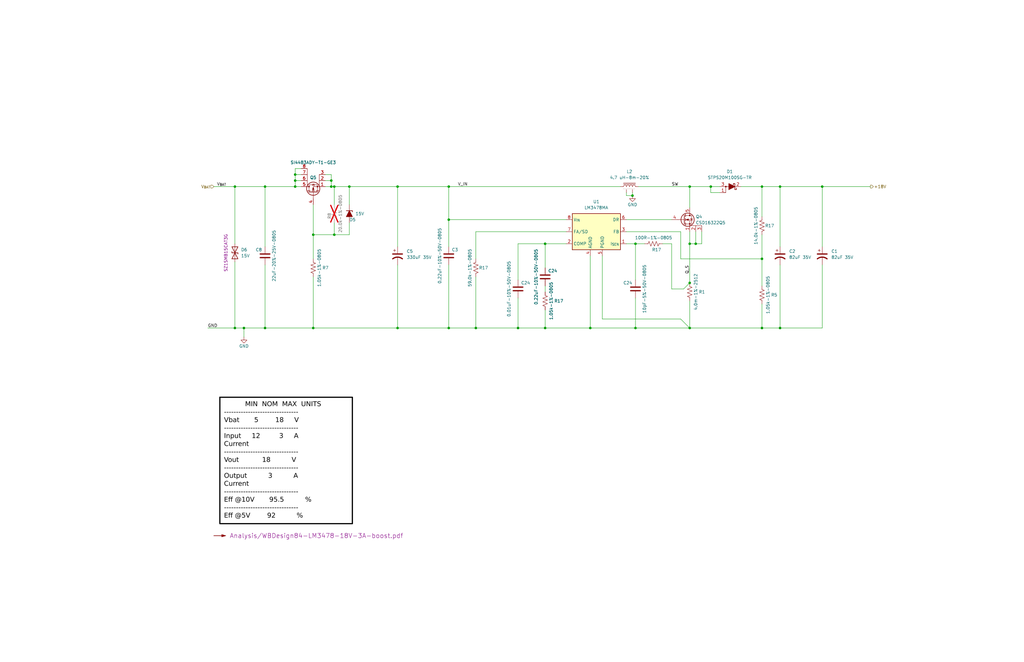
<source format=kicad_sch>
(kicad_sch (version 20231120) (generator "eeschema") (generator_version "8.0")
  (paper "B")
  (title_block (title "NX J401 Adapter") (date "2024-08-10") (rev "4"))
  (lib_symbols
    (symbol "Device:C" (pin_numbers hide) (pin_names (offset 0.254))
      (property "Reference" "C" (at 0.635 2.54 0))
      (property "Value" "C" (at 0.635 -2.54 0))
      (symbol "C_0_1"
        (polyline (pts (xy -2.032 -0.762) (xy 2.032 -0.762)) (stroke (width 0.508)))
        (polyline (pts (xy -2.032 0.762) (xy 2.032 0.762)) (stroke (width 0.508)))
      )
      (symbol "C_1_1"
        (pin passive line (at 0 3.81 270) (length 2.794) (name "~") (number "1"))
        (pin passive line (at 0 -3.81 90) (length 2.794) (name "~") (number "2"))
      )
    )
    (symbol "Device:C_Polarized_US" (pin_numbers hide) (pin_names (offset 0.254) hide)
      (property "Reference" "C" (at 0.635 2.54 0))
      (property "Value" "C_Polarized_US" (at 0.635 -2.54 0))
      (symbol "C_Polarized_US_0_1"
        (polyline (pts (xy -2.032 0.762) (xy 2.032 0.762)) (stroke (width 0.508)))
        (polyline (pts (xy -1.778 2.286) (xy -0.762 2.286)))
        (polyline (pts (xy -1.27 1.778) (xy -1.27 2.794)))
        (arc (start 2.032 -1.27) (mid 0 -0.5572) (end -2.032 -1.27) (stroke (width 0.508)))
      )
      (symbol "C_Polarized_US_1_1"
        (pin passive line (at 0 3.81 270) (length 2.794) (name "~") (number "1"))
        (pin passive line (at 0 -3.81 90) (length 3.302) (name "~") (number "2"))
      )
    )
    (symbol "Device:D_Schottky_AAK" (pin_names (offset 0) hide)
      (property "Reference" "D3" (at 0.889 -6.35 0))
      (property "Value" "STPS20M100SG-TR" (at 0.889 -3.81 0))
      (symbol "D_Schottky_AAK_0_1"
        (polyline (pts (xy 3.81 2.54) (xy 2.54 2.54) (xy 2.54 0) (xy -1.27 0)))
        (polyline (pts (xy -1.905 0.635) (xy -1.905 1.27) (xy -1.27 1.27) (xy -1.27 -1.27) (xy -0.635 -1.27) (xy -0.635 -0.635)) (stroke (width 0.254)))
        (circle (center 2.54 0) (radius 0.254) (fill (type outline)))
      )
      (symbol "D_Schottky_AAK_1_1"
        (polyline (pts (xy 1.27 1.27) (xy 1.27 -1.27) (xy -1.27 0) (xy 1.27 1.27)) (stroke (width 0.254)) (fill (type outline)))
        (pin passive line (at 5.08 2.54 180) (length 2.54) (name "A") (number "1"))
        (pin passive line (at -3.81 0 0) (length 2.54) (name "K") (number "2"))
        (pin passive line (at 5.08 0 180) (length 2.54) (name "A") (number "3"))
      )
    )
    (symbol "Device:D_TVS" (pin_numbers hide) (pin_names (offset 1.016) hide)
      (property "Reference" "D" (at 0 2.54 0))
      (property "Value" "D_TVS" (at 0 -2.54 0))
      (symbol "D_TVS_0_1"
        (polyline (pts (xy 1.27 0) (xy -1.27 0)))
        (polyline (pts (xy 0.508 1.27) (xy 0 1.27) (xy 0 -1.27) (xy -0.508 -1.27)) (stroke (width 0.254)))
        (polyline (pts (xy -2.54 1.27) (xy -2.54 -1.27) (xy 2.54 1.27) (xy 2.54 -1.27) (xy -2.54 1.27)) (stroke (width 0.254)))
      )
      (symbol "D_TVS_1_1"
        (pin passive line (at -3.81 0 0) (length 2.54) (name "A1") (number "1"))
        (pin passive line (at 3.81 0 180) (length 2.54) (name "A2") (number "2"))
      )
    )
    (symbol "Device:D_Zener" (pin_numbers hide) (pin_names (offset 1.016) hide)
      (property "Reference" "D1" (at 2.54 0 90))
      (property "Value" "15V" (at 0 2.54 90))
      (symbol "D_Zener_0_1"
        (polyline (pts (xy 1.27 0) (xy -1.27 0)))
        (polyline (pts (xy -1.27 -1.27) (xy -1.27 1.27) (xy -0.762 1.27)) (stroke (width 0.254)))
        (polyline (pts (xy 1.27 -1.27) (xy 1.27 1.27) (xy -1.27 0) (xy 1.27 -1.27)) (stroke (width 0.254)) (fill (type outline)))
      )
      (symbol "D_Zener_1_1"
        (pin passive line (at -3.81 0 0) (length 2.54) (name "K") (number "1"))
        (pin passive line (at 3.81 0 180) (length 2.54) (name "A") (number "2"))
      )
    )
    (symbol "Device:L_Iron" (pin_numbers hide) (pin_names (offset 1.016) hide)
      (property "Reference" "L1" (at 6.35 0 90))
      (property "Value" "6.8 uH-12m-20%" (at 3.81 0 90))
      (symbol "L_Iron_0_1"
        (arc (start 0 -2.54) (mid 0.6323 -1.905) (end 0 -1.27))
        (arc (start 0 -1.27) (mid 0.6323 -0.635) (end 0 0))
        (polyline (pts (xy 1.016 2.54) (xy 1.016 -2.54)))
        (polyline (pts (xy 1.524 -2.54) (xy 1.524 2.54)))
        (arc (start 0 0) (mid 0.6323 0.635) (end 0 1.27))
        (arc (start 0 1.27) (mid 0.6323 1.905) (end 0 2.54))
      )
      (symbol "L_Iron_1_1"
        (polyline (pts (xy -0.9525 2.54) (xy -0.9525 -2.54)) (stroke (width 0) (type dot)))
        (pin passive line (at 0 3.81 270) (length 1.27) (name "1") (number "1"))
        (pin passive line (at 0 -3.81 90) (length 1.27) (name "2") (number "2"))
        (pin passive line (at -2.54 1.27 0) (length 1.27) (name "3") (number "3"))
        (pin passive line (at -2.54 -1.27 0) (length 1.27) (name "4") (number "4"))
      )
    )
    (symbol "Device:Q_PMOS_SGD" (pin_names (offset 0) hide)
      (property "Reference" "Q?" (at 0 10.16 90))
      (property "Value" "Q_PMOS_SGD" (at 0 7.62 90))
      (symbol "Q_PMOS_SGD_0_1"
        (polyline (pts (xy 0.254 0) (xy -2.54 0)))
        (polyline (pts (xy 0.254 1.905) (xy 0.254 -1.905)) (stroke (width 0.254)))
        (polyline (pts (xy 0.762 -1.27) (xy 0.762 -2.286)) (stroke (width 0.254)))
        (polyline (pts (xy 0.762 0.508) (xy 0.762 -0.508)) (stroke (width 0.254)))
        (polyline (pts (xy 0.762 2.286) (xy 0.762 1.27)) (stroke (width 0.254)))
        (polyline (pts (xy 2.54 2.54) (xy 2.54 1.778)))
        (polyline (pts (xy 2.54 2.54) (xy 10.16 2.54)))
        (polyline (pts (xy 7.62 -2.54) (xy 2.54 -2.54)))
        (polyline (pts (xy 2.54 -2.54) (xy 2.54 0) (xy 0.762 0)))
        (polyline (pts (xy 0.762 1.778) (xy 3.302 1.778) (xy 3.302 -1.778) (xy 0.762 -1.778)))
        (polyline (pts (xy 2.286 0) (xy 1.27 0.381) (xy 1.27 -0.381) (xy 2.286 0)) (fill (type outline)))
        (polyline (pts (xy 2.794 -0.508) (xy 2.921 -0.381) (xy 3.683 -0.381) (xy 3.81 -0.254)))
        (polyline (pts (xy 3.302 -0.381) (xy 2.921 0.254) (xy 3.683 0.254) (xy 3.302 -0.381)))
        (circle (center 1.651 0) (radius 2.794) (stroke (width 0.254)))
        (circle (center 2.54 -1.778) (radius 0.254) (fill (type outline)))
        (circle (center 2.54 1.778) (radius 0.254) (fill (type outline)))
      )
      (symbol "Q_PMOS_SGD_1_1"
        (pin passive line (at 2.54 -5.08 90) (length 2.54) (name "S") (number "1"))
        (pin passive line (at 5.08 -5.08 90) (length 2.54) (name "S") (number "2"))
        (pin passive line (at 7.62 -5.08 90) (length 2.54) (name "S") (number "3"))
        (pin input line (at -5.08 0 0) (length 2.54) (name "G") (number "4"))
        (pin passive line (at 2.54 5.08 270) (length 2.54) (name "D") (number "5"))
        (pin passive line (at 5.08 5.08 270) (length 2.54) (name "D") (number "6"))
        (pin passive line (at 7.62 5.08 270) (length 2.54) (name "D") (number "7"))
        (pin passive line (at 10.16 5.08 270) (length 2.54) (name "D") (number "8"))
      )
    )
    (symbol "Device:R_US" (pin_numbers hide) (pin_names (offset 0))
      (property "Reference" "R" (at 2.54 0 90))
      (property "Value" "R_US" (at -2.54 0 90))
      (symbol "R_US_0_1"
        (polyline (pts (xy 0 -2.286) (xy 0 -2.54)))
        (polyline (pts (xy 0 2.286) (xy 0 2.54)))
        (polyline (pts (xy 0 -0.762) (xy 1.016 -1.143) (xy 0 -1.524) (xy -1.016 -1.905) (xy 0 -2.286)))
        (polyline (pts (xy 0 0.762) (xy 1.016 0.381) (xy 0 0) (xy -1.016 -0.381) (xy 0 -0.762)))
        (polyline (pts (xy 0 2.286) (xy 1.016 1.905) (xy 0 1.524) (xy -1.016 1.143) (xy 0 0.762)))
      )
      (symbol "R_US_1_1"
        (pin passive line (at 0 3.81 270) (length 1.27) (name "~") (number "1"))
        (pin passive line (at 0 -3.81 90) (length 1.27) (name "~") (number "2"))
      )
    )
    (symbol "Graphic:SYM_Arrow_Normal" (in_bom no) (on_board no)
      (symbol "SYM_Arrow_Normal_0_1"
        (polyline (pts (xy 1.524 0) (xy -2.54 0)) (stroke (width 0.254)))
        (polyline (pts (xy 2.54 0) (xy 0.762 -0.508) (xy 0.762 0.508) (xy 2.54 0)) (fill (type outline)))
      )
    )
    (symbol "PI-Power-Board:CSD1577Q5A" (pin_names (offset 0) hide)
      (property "Reference" "Q?" (at 6.35 1.2701 0))
      (property "Value" "CSD1577Q5A" (at 6.35 -1.2699 0))
      (symbol "CSD1577Q5A_0_1"
        (polyline (pts (xy 0.254 0) (xy -2.54 0)))
        (polyline (pts (xy 0.254 1.905) (xy 0.254 -1.905)) (stroke (width 0.254)))
        (polyline (pts (xy 0.762 -1.27) (xy 0.762 -2.286)) (stroke (width 0.254)))
        (polyline (pts (xy 0.762 0.508) (xy 0.762 -0.508)) (stroke (width 0.254)))
        (polyline (pts (xy 0.762 2.286) (xy 0.762 1.27)) (stroke (width 0.254)))
        (polyline (pts (xy 2.54 -2.54) (xy 2.54 0) (xy 0.762 0)))
        (polyline (pts (xy 2.54 2.54) (xy 2.54 2.54) (xy 2.54 1.778)))
        (polyline (pts (xy 7.62 -2.54) (xy 2.54 -2.54) (xy 2.54 -3.302)))
        (polyline (pts (xy 0.762 -1.778) (xy 3.302 -1.778) (xy 3.302 1.778) (xy 0.762 1.778)))
        (polyline (pts (xy 1.016 0) (xy 2.032 0.381) (xy 2.032 -0.381) (xy 1.016 0)) (fill (type outline)))
        (polyline (pts (xy 2.794 0.508) (xy 2.921 0.381) (xy 3.683 0.381) (xy 3.81 0.254)))
        (polyline (pts (xy 3.302 0.381) (xy 2.921 -0.254) (xy 3.683 -0.254) (xy 3.302 0.381)))
        (circle (center 1.651 0) (radius 2.794) (stroke (width 0.254)))
        (circle (center 2.54 -1.778) (radius 0.254) (fill (type outline)))
        (circle (center 2.54 1.778) (radius 0.254) (fill (type outline)))
      )
      (symbol "CSD1577Q5A_1_1"
        (pin passive line (at 2.54 -5.08 90) (length 2.54) (name "S") (number "1"))
        (pin passive line (at 5.08 -5.08 90) (length 2.54) (name "S") (number "2"))
        (pin passive line (at 7.62 -5.08 90) (length 2.54) (name "S") (number "3"))
        (pin input line (at -5.08 0 0) (length 2.54) (name "G") (number "4"))
        (pin passive line (at 2.54 5.08 270) (length 2.54) (name "D") (number "5"))
      )
    )
    (symbol "Regulator_Controller:LM3478MA"
      (property "Reference" "U" (at -9.525 8.89 0))
      (property "Value" "LM3478MA" (at 5.08 8.89 0))
      (symbol "LM3478MA_0_1"
        (rectangle (start -10.16 7.62) (end 10.16 -7.62) (stroke (width 0.254)) (fill (type background)))
      )
      (symbol "LM3478MA_1_1"
        (pin input line (at 12.7 -5.08 180) (length 2.54) (name "I_{SEN}") (number "1"))
        (pin input line (at -12.7 -5.08 0) (length 2.54) (name "COMP") (number "2"))
        (pin input line (at 12.7 0 180) (length 2.54) (name "FB") (number "3"))
        (pin power_in line (at -2.54 -10.16 90) (length 2.54) (name "AGND") (number "4"))
        (pin power_in line (at 2.54 -10.16 90) (length 2.54) (name "PGND") (number "5"))
        (pin output line (at 12.7 5.08 180) (length 2.54) (name "DR") (number "6"))
        (pin input line (at -12.7 0 0) (length 2.54) (name "FA/SD") (number "7"))
        (pin power_in line (at -12.7 5.08 0) (length 2.54) (name "V_{IN}") (number "8"))
      )
    )
    (symbol "power:GND" (power) (pin_names (offset 0))
      (property "Value" "GND" (at 0 -3.81 0))
      (symbol "GND_0_1"
        (polyline (pts (xy 0 0) (xy 0 -1.27) (xy 1.27 -1.27) (xy 0 -2.54) (xy -1.27 -1.27) (xy 0 -1.27)))
      )
      (symbol "GND_1_1"
        (pin power_in line (at 0 0 270) (length 0) hide (name "GND") (number "1"))
      )
    )
  )
  (junction (at 321.31 109.22))
  (junction (at 328.93 78.74))
  (junction (at 189.23 78.74))
  (junction (at 139.7 78.74))
  (junction (at 328.93 138.43))
  (junction (at 167.64 78.74))
  (junction (at 140.97 99.06))
  (junction (at 229.87 102.87))
  (junction (at 229.87 138.43))
  (junction (at 111.76 138.43))
  (junction (at 124.46 73.66))
  (junction (at 290.83 119.38))
  (junction (at 321.31 78.74))
  (junction (at 147.32 78.74))
  (junction (at 102.87 138.43))
  (junction (at 124.46 78.74))
  (junction (at 266.7 82.55))
  (junction (at 248.92 138.43))
  (junction (at 218.44 138.43))
  (junction (at 290.83 102.87))
  (junction (at 139.7 76.2))
  (junction (at 346.71 78.74))
  (junction (at 293.37 102.87))
  (junction (at 189.23 138.43))
  (junction (at 267.97 102.87))
  (junction (at 140.97 78.74))
  (junction (at 111.76 78.74))
  (junction (at 99.06 78.74))
  (junction (at 299.72 78.74))
  (junction (at 321.31 138.43))
  (junction (at 267.97 138.43))
  (junction (at 99.06 138.43))
  (junction (at 189.23 92.71))
  (junction (at 200.66 138.43))
  (junction (at 290.83 78.74))
  (junction (at 167.64 138.43))
  (junction (at 124.46 76.2))
  (junction (at 132.08 99.06))
  (junction (at 290.83 138.43))
  (junction (at 132.08 138.43))
  (wire (pts (xy 218.44 125.73) (xy 218.44 138.43)))
  (wire (pts (xy 132.08 99.06) (xy 132.08 109.22)))
  (wire (pts (xy 299.72 78.74) (xy 303.53 78.74)))
  (wire (pts (xy 111.76 104.14) (xy 111.76 78.74)))
  (wire (pts (xy 167.64 138.43) (xy 132.08 138.43)))
  (wire (pts (xy 264.16 97.79) (xy 287.02 97.79)))
  (wire (pts (xy 321.31 78.74) (xy 321.31 91.44)))
  (wire (pts (xy 124.46 76.2) (xy 124.46 78.74)))
  (wire (pts (xy 200.66 97.79) (xy 238.76 97.79)))
  (wire (pts (xy 90.17 78.74) (xy 99.06 78.74)))
  (wire (pts (xy 200.66 116.84) (xy 200.66 138.43)))
  (wire (pts (xy 293.37 102.87) (xy 290.83 102.87)))
  (wire (pts (xy 229.87 138.43) (xy 248.92 138.43)))
  (wire (pts (xy 287.02 97.79) (xy 287.02 109.22)))
  (wire (pts (xy 264.16 81.28) (xy 264.16 82.55)))
  (wire (pts (xy 147.32 93.98) (xy 147.32 99.06)))
  (wire (pts (xy 287.02 109.22) (xy 321.31 109.22)))
  (wire (pts (xy 132.08 116.84) (xy 132.08 138.43)))
  (wire (pts (xy 124.46 71.12) (xy 124.46 73.66)))
  (wire (pts (xy 167.64 104.14) (xy 167.64 78.74)))
  (wire (pts (xy 312.42 78.74) (xy 321.31 78.74)))
  (wire (pts (xy 111.76 138.43) (xy 132.08 138.43)))
  (wire (pts (xy 267.97 138.43) (xy 290.83 138.43)))
  (wire (pts (xy 321.31 128.27) (xy 321.31 138.43)))
  (wire (pts (xy 111.76 111.76) (xy 111.76 138.43)))
  (wire (pts (xy 102.87 138.43) (xy 111.76 138.43)))
  (wire (pts (xy 328.93 111.76) (xy 328.93 138.43)))
  (wire (pts (xy 147.32 78.74) (xy 147.32 86.36)))
  (wire (pts (xy 321.31 99.06) (xy 321.31 109.22)))
  (wire (pts (xy 140.97 93.98) (xy 140.97 99.06)))
  (wire (pts (xy 87.63 138.43) (xy 99.06 138.43)))
  (wire (pts (xy 266.7 81.28) (xy 266.7 82.55)))
  (wire (pts (xy 137.16 76.2) (xy 139.7 76.2)))
  (wire (pts (xy 124.46 73.66) (xy 127 73.66)))
  (wire (pts (xy 295.91 97.79) (xy 295.91 102.87)))
  (wire (pts (xy 254 107.95) (xy 254 134.62)))
  (wire (pts (xy 127 71.12) (xy 124.46 71.12)))
  (wire (pts (xy 264.16 92.71) (xy 283.21 92.71)))
  (wire (pts (xy 248.92 138.43) (xy 267.97 138.43)))
  (wire (pts (xy 290.83 78.74) (xy 290.83 87.63)))
  (wire (pts (xy 99.06 78.74) (xy 99.06 102.87)))
  (wire (pts (xy 218.44 102.87) (xy 229.87 102.87)))
  (wire (pts (xy 321.31 138.43) (xy 328.93 138.43)))
  (wire (pts (xy 295.91 102.87) (xy 293.37 102.87)))
  (wire (pts (xy 290.83 127) (xy 290.83 138.43)))
  (wire (pts (xy 321.31 78.74) (xy 328.93 78.74)))
  (wire (pts (xy 99.06 138.43) (xy 102.87 138.43)))
  (wire (pts (xy 147.32 99.06) (xy 140.97 99.06)))
  (wire (pts (xy 290.83 102.87) (xy 290.83 119.38)))
  (wire (pts (xy 229.87 102.87) (xy 238.76 102.87)))
  (wire (pts (xy 283.21 102.87) (xy 279.4 102.87)))
  (wire (pts (xy 328.93 78.74) (xy 346.71 78.74)))
  (wire (pts (xy 283.21 121.92) (xy 288.29 121.92)))
  (wire (pts (xy 299.72 81.28) (xy 299.72 78.74)))
  (wire (pts (xy 290.83 97.79) (xy 290.83 102.87)))
  (wire (pts (xy 200.66 109.22) (xy 200.66 97.79)))
  (wire (pts (xy 167.64 78.74) (xy 147.32 78.74)))
  (wire (pts (xy 321.31 109.22) (xy 321.31 120.65)))
  (wire (pts (xy 99.06 78.74) (xy 111.76 78.74)))
  (wire (pts (xy 290.83 138.43) (xy 321.31 138.43)))
  (wire (pts (xy 218.44 138.43) (xy 229.87 138.43)))
  (wire (pts (xy 140.97 78.74) (xy 147.32 78.74)))
  (wire (pts (xy 200.66 138.43) (xy 218.44 138.43)))
  (wire (pts (xy 137.16 78.74) (xy 139.7 78.74)))
  (wire (pts (xy 111.76 78.74) (xy 124.46 78.74)))
  (wire (pts (xy 229.87 113.03) (xy 229.87 102.87)))
  (wire (pts (xy 139.7 78.74) (xy 140.97 78.74)))
  (wire (pts (xy 264.16 82.55) (xy 266.7 82.55)))
  (wire (pts (xy 346.71 78.74) (xy 367.03 78.74)))
  (wire (pts (xy 229.87 123.19) (xy 229.87 120.65)))
  (wire (pts (xy 200.66 138.43) (xy 189.23 138.43)))
  (wire (pts (xy 139.7 73.66) (xy 139.7 76.2)))
  (wire (pts (xy 293.37 97.79) (xy 293.37 102.87)))
  (wire (pts (xy 283.21 102.87) (xy 283.21 121.92)))
  (wire (pts (xy 303.53 81.28) (xy 299.72 81.28)))
  (wire (pts (xy 267.97 102.87) (xy 267.97 118.11)))
  (wire (pts (xy 189.23 92.71) (xy 238.76 92.71)))
  (wire (pts (xy 189.23 138.43) (xy 167.64 138.43)))
  (wire (pts (xy 229.87 138.43) (xy 229.87 130.81)))
  (wire (pts (xy 124.46 76.2) (xy 127 76.2)))
  (wire (pts (xy 137.16 73.66) (xy 139.7 73.66)))
  (wire (pts (xy 189.23 78.74) (xy 261.62 78.74)))
  (wire (pts (xy 140.97 78.74) (xy 140.97 86.36)))
  (wire (pts (xy 328.93 78.74) (xy 328.93 104.14)))
  (wire (pts (xy 248.92 107.95) (xy 248.92 138.43)))
  (wire (pts (xy 290.83 78.74) (xy 299.72 78.74)))
  (wire (pts (xy 267.97 125.73) (xy 267.97 138.43)))
  (wire (pts (xy 140.97 99.06) (xy 132.08 99.06)))
  (wire (pts (xy 254 134.62) (xy 287.02 134.62)))
  (wire (pts (xy 290.83 138.43) (xy 287.02 134.62)))
  (wire (pts (xy 167.64 78.74) (xy 189.23 78.74)))
  (wire (pts (xy 124.46 73.66) (xy 124.46 76.2)))
  (wire (pts (xy 288.29 121.92) (xy 290.83 119.38)))
  (wire (pts (xy 189.23 111.76) (xy 189.23 138.43)))
  (wire (pts (xy 346.71 111.76) (xy 346.71 138.43)))
  (wire (pts (xy 264.16 102.87) (xy 267.97 102.87)))
  (wire (pts (xy 269.24 78.74) (xy 290.83 78.74)))
  (wire (pts (xy 328.93 138.43) (xy 346.71 138.43)))
  (wire (pts (xy 189.23 92.71) (xy 189.23 104.14)))
  (wire (pts (xy 189.23 92.71) (xy 189.23 78.74)))
  (wire (pts (xy 346.71 78.74) (xy 346.71 104.14)))
  (wire (pts (xy 218.44 102.87) (xy 218.44 118.11)))
  (wire (pts (xy 167.64 111.76) (xy 167.64 138.43)))
  (wire (pts (xy 139.7 76.2) (xy 139.7 78.74)))
  (wire (pts (xy 267.97 102.87) (xy 271.78 102.87)))
  (wire (pts (xy 132.08 86.36) (xy 132.08 99.06)))
  (wire (pts (xy 124.46 78.74) (xy 127 78.74)))
  (wire (pts (xy 99.06 110.49) (xy 99.06 138.43)))
  (wire (pts (xy 102.87 138.43) (xy 102.87 142.24)))
  (text_box "          MIN  NOM  MAX  UNITS\n-------------------------------\nVbat       5        18     V\n-------------------------------\nInput     12         3     A\nCurrent\n-------------------------------\nVout           18          V\n-------------------------------\nOutput          3          A\nCurrent\n-------------------------------\nEff @10V       95.5          %\n-------------------------------\nEff @5V        92          %\n" (at 92.71 167.64 0) (size 55.88 53.34) (stroke (width 0.5) (color 0 0 0 1)) (effects (font (size 2 2)) (justify left top)))
  (label "SW" (at 283.21 78.74 0))
  (label "V_{BAT}" (at 91.44 78.74 0))
  (label "GND" (at 87.63 138.43 0))
  (label "Q_S" (at 290.83 115.57 90))
  (label "V_IN" (at 193.04 78.74 0))
  (hierarchical_label "+18V" (shape output) (at 367.03 78.74 0))
  (hierarchical_label "V_{BAT}" (shape input) (at 90.17 78.74 180))
  (symbol (lib_id "Device:R_US") (at 132.08 113.03 180) (unit 1)
    (property "Reference" "R7" (at 135.89 113.03 0) (effects (justify right)))
    (property "Value" "1.05k-1%-0805" (at 134.62 113.03 90))
    (property "Footprint" "Resistor_SMD:R_0805_2012Metric" (effects (hide yes)))
    (property "Datasheet" "Components/YageoPYu-RC_Group_51_RoHS_L_12.pdf" (effects (hide yes)))
    (property "MFG" "Yageo" (effects (hide yes)))
    (property "MFG P/N" "RC0805FR-071K05L" (effects (hide yes)))
    (property "DIST" "Digikey" (effects (hide yes)))
    (property "DIST P/N" "311-1.05KCRCT-ND" (effects (hide yes)))
  )
  (symbol (lib_id "Device:R_US") (at 229.87 127 180) (unit 1)
    (property "Reference" "R17" (at 233.68 127 0) (effects (justify right)))
    (property "Value" "1.05k-1%-0805" (at 232.41 127 90))
    (property "Footprint" "Resistor_SMD:R_0805_2012Metric" (effects (hide yes)))
    (property "Datasheet" "Components/YageoPYu-RC_Group_51_RoHS_L_12.pdf" (effects (hide yes)))
    (property "MFG" "Yageo" (effects (hide yes)))
    (property "MFG P/N" "RC0805FR-071K05L" (effects (hide yes)))
    (property "DIST" "Digikey" (effects (hide yes)))
    (property "DIST P/N" "311-1.05KCRCT-ND" (effects (hide yes)))
    (instances (project "PI-Power-Board" (path "" (reference "R17") (unit 1))) (project "NX-J401-Adapter" (path "" (reference "R6") (unit 1))))
  )
  (symbol (lib_id "power:GND") (at 266.7 82.55 0) (unit 1)
    (property "Reference" "#PWR013" (effects (hide yes)))
    (property "Value" "GND" (at 266.7 86.36 0))
  )
  (symbol (lib_id "Device:C") (at 267.97 121.92 0) (unit 1)
    (property "Reference" "C24" (at 266.7 119.38 0) (effects (justify right)))
    (property "Value" "10pF-5%-50V-0805" (at 271.78 121.92 90))
    (property "Footprint" "Capacitor_SMD:C_0805_2012Metric" (effects (hide yes)))
    (property "MFG" "Samsung Electro-Mechanics" (effects (hide yes)))
    (property "MFG P/N" "CL21C100CBANNNC" (effects (hide yes)))
    (property "DIST" "Digikey" (effects (hide yes)))
    (property "DIST P/N" "1276-2561-1-ND" (effects (hide yes)))
    (instances (project "PI-Power-Board" (path "" (reference "C24") (unit 1))) (project "NX-J401-Adapter" (path "" (reference "C4") (unit 1))))
  )
  (symbol (lib_id "Device:C_Polarized_US") (at 346.71 107.95 0) (unit 1)
    (property "Reference" "C1" (at 350.52 106.045 0) (effects (justify left)))
    (property "Value" "82uF 35V" (at 350.52 108.585 0) (effects (justify left)))
    (property "Footprint" "Capacitor_THT:CP_Radial_D8.0mm_P3.50mm" (effects (hide yes)))
    (property "Datasheet" "Components/Panasonic-AAB8000C250.pdf" (effects (hide yes)))
    (property "MFG" "Panasonic Electronic Components" (effects (hide yes)))
    (property "MFG P/N" "35SEPF82M" (effects (hide yes)))
    (property "DIST" "Digikey" (effects (hide yes)))
    (property "DIST P/N" "P16345-ND" (effects (hide yes)))
  )
  (symbol (lib_id "PI-Power-Board:CSD1577Q5A") (at 288.29 92.71 0) (unit 1)
    (property "Reference" "Q4" (at 293.37 91.44 0) (effects (justify left)))
    (property "Value" "CSD16322Q5" (at 293.37 93.98 0) (effects (justify left)))
    (property "Footprint" "NX-J401-Adapter:TI-SON5x6" (effects (hide yes)))
    (property "Datasheet" "Components/TI-csd16322q5.pdf" (effects (hide yes)))
    (property "Description" "N-Channel 25 V 21A (Ta), 97A (Tc) 3.1W (Ta) Surface Mount 8-VSON-CLIP (5x6)" (effects (hide yes)))
    (property "MFG" "Texas Instruments" (effects (hide yes)))
    (property "MFG P/N" "CSD16322Q5" (effects (hide yes)))
    (property "DIST" "Digikey" (effects (hide yes)))
    (property "DIST P/N" "296-25112-1-ND" (effects (hide yes)))
    (instances (project "PI-Power-Board" (path "" (reference "Q4") (unit 1))) (project "NX-J401-Adapter" (path "" (reference "Q1") (unit 1))))
  )
  (symbol (lib_id "Graphic:SYM_Arrow_Normal") (at 92.71 226.06 0) (unit 1) (exclude_from_sim yes) (in_bom no) (on_board no)
    (property "Reference" "#SYM7" (effects (hide yes)))
    (property "Value" "SYM_Arrow_Normal" (effects (hide yes)))
    (property "Datasheet" "Analysis/WBDesign84-LM3478-18V-3A-boost.pdf" (at 96.774 226.06 0) (effects (font (size 1.905 1.905)) (justify left)))
  )
  (symbol (lib_id "Device:R_US") (at 200.66 113.03 0) (mirror x) (unit 1)
    (property "Reference" "R17" (at 201.93 113.03 0) (effects (justify left)))
    (property "Value" "59.0k-1%-0805" (at 198.12 113.03 90))
    (property "Footprint" "Resistor_SMD:R_0805_2012Metric" (effects (hide yes)))
    (property "Datasheet" "Components/YageoPYu-RC_Group_51_RoHS_L_12.pdf" (effects (hide yes)))
    (property "MFG" "Yageo" (effects (hide yes)))
    (property "MFG P/N" "RC0805FR-0759KL" (effects (hide yes)))
    (property "DIST" "Digikey" (effects (hide yes)))
    (property "DIST P/N" "311-59.0KCRCT-ND" (effects (hide yes)))
    (instances (project "PI-Power-Board" (path "" (reference "R17") (unit 1))) (project "NX-J401-Adapter" (path "" (reference "R4") (unit 1))))
  )
  (symbol (lib_id "Device:C_Polarized_US") (at 328.93 107.95 0) (unit 1)
    (property "Reference" "C2" (at 332.74 106.045 0) (effects (justify left)))
    (property "Value" "82uF 35V" (at 332.74 108.585 0) (effects (justify left)))
    (property "Footprint" "Capacitor_THT:CP_Radial_D8.0mm_P3.50mm" (effects (hide yes)))
    (property "Datasheet" "Components/Panasonic-AAB8000C250.pdf" (effects (hide yes)))
    (property "MFG" "Panasonic Electronic Components" (effects (hide yes)))
    (property "MFG P/N" "35SEPF82M" (effects (hide yes)))
    (property "DIST" "Digikey" (effects (hide yes)))
    (property "DIST P/N" "P16345-ND" (effects (hide yes)))
  )
  (symbol (lib_id "Device:C") (at 218.44 121.92 0) (mirror y) (unit 1)
    (property "Reference" "C24" (at 219.71 119.38 0) (effects (justify right)))
    (property "Value" "0.01uF-10%-50V-0805" (at 214.63 121.92 90))
    (property "Footprint" "Capacitor_SMD:C_0805_2012Metric" (effects (hide yes)))
    (property "MFG" "Samsung Electro-Mechanics" (effects (hide yes)))
    (property "MFG P/N" "CL21B103KBANNNC" (effects (hide yes)))
    (property "DIST" "Digikey" (effects (hide yes)))
    (property "DIST P/N" "1276-1015-1-ND" (effects (hide yes)))
    (instances (project "PI-Power-Board" (path "" (reference "C24") (unit 1))) (project "NX-J401-Adapter" (path "" (reference "C7") (unit 1))))
  )
  (symbol (lib_id "Device:R_US") (at 275.59 102.87 270) (unit 1)
    (property "Reference" "R17" (at 276.86 105.41 90))
    (property "Value" "100R-1%-0805" (at 275.59 100.33 90))
    (property "Footprint" "Resistor_SMD:R_0805_2012Metric" (effects (hide yes)))
    (property "Datasheet" "Components/YageoPYu-RC_Group_51_RoHS_L_12.pdf" (effects (hide yes)))
    (property "MFG" "Yageo" (effects (hide yes)))
    (property "MFG P/N" "RC0805FR-07100RL" (effects (hide yes)))
    (property "DIST" "Digikey" (effects (hide yes)))
    (property "DIST P/N" "311-100CRCT-ND" (effects (hide yes)))
    (instances (project "PI-Power-Board" (path "" (reference "R17") (unit 1))) (project "NX-J401-Adapter" (path "" (reference "R3") (unit 1))))
  )
  (symbol (lib_id "Device:Q_PMOS_SGD") (at 132.08 81.28 90) (unit 1)
    (property "Reference" "Q5" (at 132.08 74.93 90))
    (property "Value" "SI4483ADY-T1-GE3" (at 132.08 68.58 90))
    (property "Footprint" "Package_SO:SOIC-8_3.9x4.9mm_P1.27mm" (effects (hide yes)))
    (property "Datasheet" "Components/Vishay-si4483ad.pdf" (effects (hide yes)))
    (property "MFG" "Vishay" (effects (hide yes)))
    (property "MFG P/N" "SI4483ADY-T1-GE3" (effects (hide yes)))
    (property "DIST" "Digikey" (effects (hide yes)))
    (property "DIST P/N" "SI4483ADY-T1-GE3CT-ND" (effects (hide yes)))
    (instances (project "PI-Power-Board" (path "" (reference "Q5") (unit 1))) (project "NX-J401-Adapter" (path "" (reference "Q2") (unit 1))))
  )
  (symbol (lib_id "Device:C") (at 189.23 107.95 0) (mirror y) (unit 1)
    (property "Reference" "C3" (at 190.5 105.41 0) (effects (justify right)))
    (property "Value" "0.22uF-10%-50V-0805" (at 185.42 107.95 90))
    (property "Footprint" "Capacitor_SMD:C_0805_2012Metric" (effects (hide yes)))
    (property "Datasheet" "Components/KEMET_C1002_X7R_SMD.pdf" (effects (hide yes)))
    (property "MFG" "KEMET" (effects (hide yes)))
    (property "MFG P/N" "C0805C224K5RAC7800" (effects (hide yes)))
    (property "DIST" "Digikey" (effects (hide yes)))
    (property "DIST P/N" "399-C0805C224K5RACTUCT-ND" (effects (hide yes)))
  )
  (symbol (lib_id "Device:C_Polarized_US") (at 167.64 107.95 0) (unit 1)
    (property "Reference" "C5" (at 171.45 106.045 0) (effects (justify left)))
    (property "Value" "330uF 35V" (at 171.45 108.585 0) (effects (justify left)))
    (property "Footprint" "Capacitor_THT:CP_Radial_D10.0mm_P5.00mm" (effects (hide yes)))
    (property "Datasheet" "Components/Rubicon-PZJ.pdf" (effects (hide yes)))
    (property "MFG" "Rubycon" (effects (hide yes)))
    (property "MFG P/N" "35PZJ330M10X9" (effects (hide yes)))
    (property "DIST" "Digikey" (effects (hide yes)))
    (property "DIST P/N" "1189-35PZJ330M10X9-ND" (effects (hide yes)))
  )
  (symbol (lib_id "Device:D_Zener") (at 147.32 90.17 270) (unit 1)
    (property "Reference" "D5" (at 147.32 92.71 90) (effects (justify left)))
    (property "Value" "15V" (at 149.86 90.17 90) (effects (justify left)))
    (property "Footprint" "Diode_SMD:D_SOD-123F" (effects (hide yes)))
    (property "Datasheet" "Components/Nexperia-BZT52H_SER.pdf" (effects (hide yes)))
    (property "MFG" "Nexperia" (effects (hide yes)))
    (property "MFG P/N" "BZT52H-C15,115" (effects (hide yes)))
    (property "DIST" "Digikey" (effects (hide yes)))
    (property "DIST P/N" "1727-3593-1-ND" (effects (hide yes)))
    (instances (project "PI-Power-Board" (path "" (reference "D5") (unit 1))) (project "NX-J401-Adapter" (path "" (reference "D2") (unit 1))))
  )
  (symbol (lib_id "power:GND") (at 102.87 142.24 0) (unit 1)
    (property "Reference" "#PWR014" (effects (hide yes)))
    (property "Value" "GND" (at 102.87 146.05 0))
    (instances (project "PI-Power-Board" (path "" (reference "#PWR014") (unit 1))) (project "NX-J401-Adapter" (path "" (reference "#PWR05") (unit 1))))
  )
  (symbol (lib_id "Device:R_US") (at 321.31 124.46 180) (unit 1)
    (property "Reference" "R5" (at 325.12 124.46 0) (effects (justify right)))
    (property "Value" "1.05k-1%-0805" (at 323.85 124.46 90))
    (property "Footprint" "Resistor_SMD:R_0805_2012Metric" (effects (hide yes)))
    (property "Datasheet" "Components/YageoPYu-RC_Group_51_RoHS_L_12.pdf" (effects (hide yes)))
    (property "MFG" "Yageo" (effects (hide yes)))
    (property "MFG P/N" "RC0805FR-071K05L" (effects (hide yes)))
    (property "DIST" "Digikey" (effects (hide yes)))
    (property "DIST P/N" "311-1.05KCRCT-ND" (effects (hide yes)))
  )
  (symbol (lib_id "Device:R_US") (at 321.31 95.25 0) (mirror x) (unit 1)
    (property "Reference" "R17" (at 322.58 95.25 0) (effects (justify left)))
    (property "Value" "14.0k-1%-0805" (at 318.77 95.25 90))
    (property "Footprint" "Resistor_SMD:R_0805_2012Metric" (effects (hide yes)))
    (property "Datasheet" "Components/YageoPYu-RC_Group_51_RoHS_L_12.pdf" (effects (hide yes)))
    (property "MFG" "Yageo" (effects (hide yes)))
    (property "MFG P/N" "RC0805FR-0714KL" (effects (hide yes)))
    (property "DIST" "Digikey" (effects (hide yes)))
    (property "DIST P/N" "311-14.0KCRCT-ND" (effects (hide yes)))
    (instances (project "PI-Power-Board" (path "" (reference "R17") (unit 1))) (project "NX-J401-Adapter" (path "" (reference "R2") (unit 1))))
  )
  (symbol (lib_id "Device:C") (at 111.76 107.95 0) (unit 1)
    (property "Reference" "C8" (at 110.49 105.41 0) (effects (justify right)))
    (property "Value" "22uF-20%-25V-0805" (at 115.57 107.95 90))
    (property "Footprint" "Capacitor_SMD:C_0805_2012Metric" (effects (hide yes)))
    (property "Description" "22 µF ±20% 25V Ceramic Capacitor X5R 0805 (2012 Metric)" (effects (hide yes)))
    (property "MFG" "Samsung Electro-Mechanics" (effects (hide yes)))
    (property "MFG P/N" "CL21A226MAYNNNE" (effects (hide yes)))
    (property "DIST" "Digikey" (effects (hide yes)))
    (property "DIST P/N" "1276-CL21A226MAYNNNECT-ND" (effects (hide yes)))
  )
  (symbol (lib_id "Device:L_Iron") (at 265.43 78.74 90) (unit 1)
    (property "Reference" "L2" (at 265.43 72.39 90))
    (property "Value" "4.7 uH-8m-20%" (at 265.43 74.93 90))
    (property "Footprint" "NX-J401-Adapter:INDUCTOR_IHLE-5050FH-Vishay" (effects (hide yes)))
    (property "Datasheet" "Components/Vishay-ihle-5050fh-5a.pdf" (effects (hide yes)))
    (property "Description" "4.7 µH Shielded Inductor 18.5 A 7.93mOhm Max" (effects (hide yes)))
    (property "MFG" "Vishay Dale" (effects (hide yes)))
    (property "MFG P/N" "IHLE5050FHER4R7M5A " (effects (hide yes)))
    (property "DIST" "Mouser" (effects (hide yes)))
    (property "DIST P/N" "70-IHLE5050FHR4R7M5A " (effects (hide yes)))
    (instances (project "PI-Power-Board" (path "" (reference "L2") (unit 1))) (project "NX-J401-Adapter" (path "" (reference "L1") (unit 1))))
  )
  (symbol (lib_id "Device:R_US") (at 290.83 123.19 180) (unit 1)
    (property "Reference" "R1" (at 294.64 123.19 0) (effects (justify right)))
    (property "Value" "4.0m-1%-2512" (at 293.37 123.19 90))
    (property "Footprint" "Resistor_SMD:R_2512_6332Metric" (effects (hide yes)))
    (property "Datasheet" "Components/Bourns-cre.pdf" (effects (hide yes)))
    (property "MFG" "Bourns Inc." (effects (hide yes)))
    (property "MFG P/N" "CRE2512-FZ-R004E-3" (effects (hide yes)))
    (property "DIST" "Digikey" (effects (hide yes)))
    (property "DIST P/N" "CRE2512-FZ-R004E-3CT-ND" (effects (hide yes)))
  )
  (symbol (lib_id "Device:R_US") (at 140.97 90.17 180) (unit 1) (dnp yes)
    (property "Reference" "R8" (at 138.938 92.456 90) (effects (justify right)))
    (property "Value" "20.0k-1%-0805" (at 143.51 90.17 90))
    (property "Footprint" "Resistor_SMD:R_0805_2012Metric" (effects (hide yes)))
    (property "Datasheet" "Components/YageoPYu-RC_Group_51_RoHS_L_12.pdf" (effects (hide yes)))
    (property "MFG" "Yageo" (effects (hide yes)))
    (property "MFG P/N" "RC0805FR-0720KL" (effects (hide yes)))
    (property "DIST" "Digikey" (effects (hide yes)))
    (property "DIST P/N" "311-20.0KCRCT-ND" (effects (hide yes)))
  )
  (symbol (lib_id "Device:D_Schottky_AAK") (at 308.61 78.74 180) (unit 1)
    (property "Reference" "D1" (at 307.721 72.39 0))
    (property "Value" "STPS20M100SG-TR" (at 307.721 74.93 0))
    (property "Footprint" "Package_TO_SOT_SMD:TO-263-2" (effects (hide yes)))
    (property "Datasheet" "Components/ST-STPS20M100SG.pdf" (effects (hide yes)))
    (property "DIST" "Digikey" (effects (hide yes)))
    (property "DIST P/N" "497-10993-1-ND" (effects (hide yes)))
    (property "MFG" "STmicroelectronics" (effects (hide yes)))
    (property "MFG P/N" "STPS20M100SG-TR" (effects (hide yes)))
  )
  (symbol (lib_id "Regulator_Controller:LM3478MA") (at 251.46 97.79 0) (unit 1)
    (property "Reference" "U1" (at 251.46 85.09 0))
    (property "Value" "LM3478MA" (at 251.46 87.63 0))
    (property "Footprint" "Package_SO:SOIC-8_3.9x4.9mm_P1.27mm" (effects (hide yes)))
    (property "Datasheet" "Components/TI-lm3478.pdf" (effects (hide yes)))
    (property "MFG" "Texas Instruments" (effects (hide yes)))
    (property "MFG P/N" "LM3478MAX/NOPB" (effects (hide yes)))
    (property "DIST" "Digikey" (effects (hide yes)))
    (property "DIST P/N" "296-38111-1-ND" (effects (hide yes)))
  )
  (symbol (lib_id "Device:C") (at 229.87 116.84 0) (mirror y) (unit 1)
    (property "Reference" "C24" (at 231.14 114.3 0) (effects (justify right)))
    (property "Value" "0.22uF-10%-50V-0805" (at 226.06 116.84 90))
    (property "Footprint" "Capacitor_SMD:C_0805_2012Metric" (effects (hide yes)))
    (property "Datasheet" "Components/KEMET_C1002_X7R_SMD.pdf" (effects (hide yes)))
    (property "MFG" "KEMET" (effects (hide yes)))
    (property "MFG P/N" "C0805C224K5RAC7800" (effects (hide yes)))
    (property "DIST" "Digikey" (effects (hide yes)))
    (property "DIST P/N" "399-C0805C224K5RACTUCT-ND" (effects (hide yes)))
    (instances (project "PI-Power-Board" (path "" (reference "C24") (unit 1))) (project "NX-J401-Adapter" (path "" (reference "C6") (unit 1))))
  )
  (symbol (lib_id "Device:D_TVS") (at 99.06 106.68 90) (unit 1)
    (property "Reference" "D6" (at 101.6 105.4099 90) (effects (justify right)))
    (property "Value" "15V" (at 101.6 107.95 90) (effects (justify right)))
    (property "Footprint" "Diode_SMD:D_SMB" (effects (hide yes)))
    (property "Datasheet" "Components/Littelfuse-SZ1SMB15CAT3G.pdf" (effects (hide yes)))
    (property "MFG" "Littelfuse" (effects (hide yes)))
    (property "MFG P/N" "SZ1SMB15CAT3G" (at 95.25 106.68 0))
    (property "DIST" "Digikey" (effects (hide yes)))
    (property "DIST P/N" "F11544CT-ND" (effects (hide yes)))
    (instances (project "PI-Power-Board" (path "" (reference "D6") (unit 1))) (project "NX-J401-Adapter" (path "" (reference "D3") (unit 1))))
  )
)
</source>
